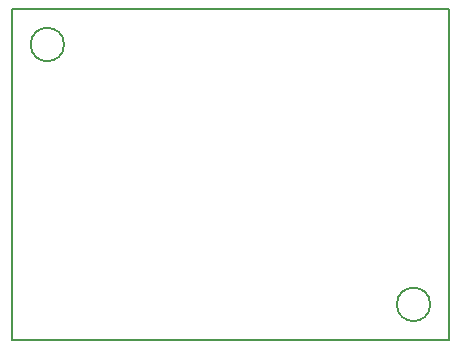
<source format=gbr>
G04 (created by PCBNEW (2013-07-07 BZR 4022)-stable) date 06/12/2013 23:02:34*
%MOIN*%
G04 Gerber Fmt 3.4, Leading zero omitted, Abs format*
%FSLAX34Y34*%
G01*
G70*
G90*
G04 APERTURE LIST*
%ADD10C,0.00393701*%
%ADD11C,0.00590551*%
G04 APERTURE END LIST*
G54D10*
G54D11*
X40320Y-18110D02*
G75*
G03X40320Y-18110I-556J0D01*
G74*
G01*
X40944Y-19291D02*
X26377Y-19291D01*
X40944Y-8267D02*
X26377Y-8267D01*
X40944Y-19291D02*
X40944Y-8267D01*
X28115Y-9448D02*
G75*
G03X28115Y-9448I-556J0D01*
G74*
G01*
X26377Y-8267D02*
X26377Y-19291D01*
M02*

</source>
